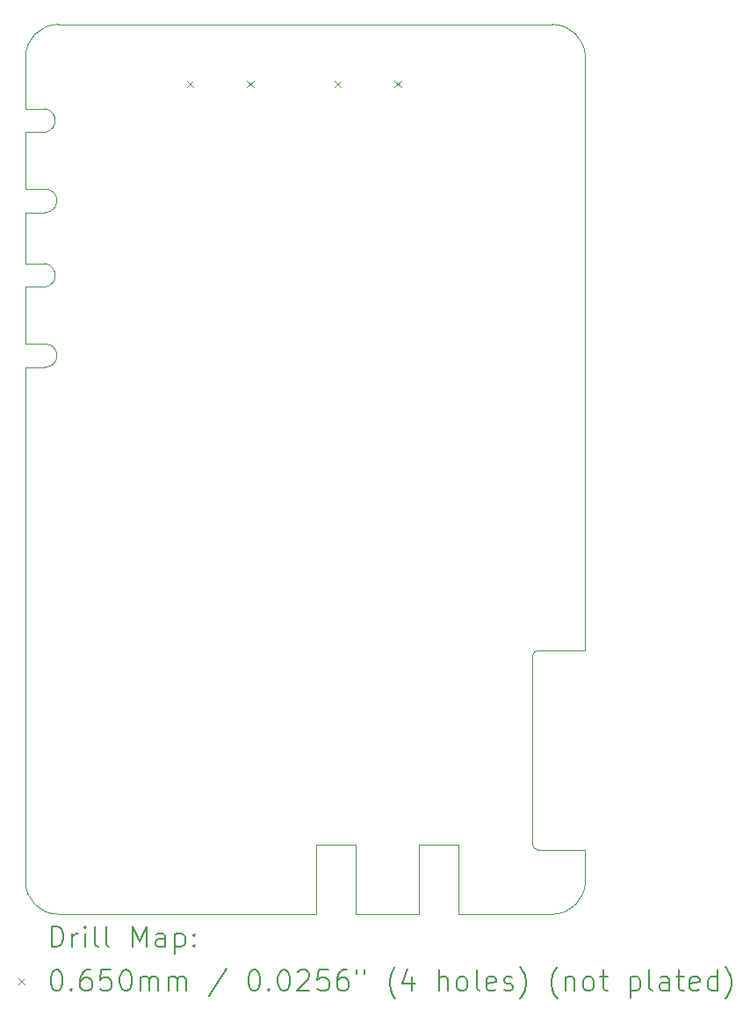
<source format=gbr>
%TF.GenerationSoftware,KiCad,Pcbnew,6.0.11-2627ca5db0~126~ubuntu20.04.1*%
%TF.CreationDate,2024-04-17T12:51:05+05:00*%
%TF.ProjectId,16EJU24,3136454a-5532-4342-9e6b-696361645f70,rev?*%
%TF.SameCoordinates,Original*%
%TF.FileFunction,Drillmap*%
%TF.FilePolarity,Positive*%
%FSLAX45Y45*%
G04 Gerber Fmt 4.5, Leading zero omitted, Abs format (unit mm)*
G04 Created by KiCad (PCBNEW 6.0.11-2627ca5db0~126~ubuntu20.04.1) date 2024-04-17 12:51:05*
%MOMM*%
%LPD*%
G01*
G04 APERTURE LIST*
%ADD10C,0.100000*%
%ADD11C,0.050000*%
%ADD12C,0.200000*%
%ADD13C,0.065000*%
G04 APERTURE END LIST*
D10*
X2984500Y-5097780D02*
X2984500Y-4605020D01*
X2984500Y-4605020D02*
X3175000Y-4605020D01*
X3175000Y-5323840D02*
G75*
G03*
X3175000Y-5097780I-18940J113030D01*
G01*
D11*
X8064500Y-11366500D02*
X7162800Y-11366500D01*
X6781800Y-11366550D02*
X6172200Y-11366550D01*
D10*
X2984500Y-5872480D02*
X2984500Y-5323840D01*
X3175000Y-6096000D02*
G75*
G03*
X3175000Y-5872480I0J111760D01*
G01*
D11*
X6781800Y-10693400D02*
X6781800Y-11366550D01*
D10*
X2984500Y-3832860D02*
X3175000Y-3832860D01*
D11*
X6172200Y-10693400D02*
X5791200Y-10693400D01*
D10*
X3175000Y-5872480D02*
X2984500Y-5872480D01*
X3302000Y-2794000D02*
X8064500Y-2794000D01*
D11*
X5791200Y-10693400D02*
X5791200Y-11366500D01*
D10*
X3175000Y-5097780D02*
X2984500Y-5097780D01*
X3175000Y-4605020D02*
G75*
G03*
X3175000Y-4381500I0J111760D01*
G01*
X3175000Y-3832860D02*
G75*
G03*
X3175000Y-3606800I-18940J113030D01*
G01*
X2984500Y-11049000D02*
G75*
G03*
X3302000Y-11366500I317500J0D01*
G01*
X2984500Y-6096000D02*
X3175000Y-6096000D01*
X2984500Y-11049000D02*
X2984500Y-6096000D01*
D11*
X7162800Y-10693400D02*
X6781800Y-10693400D01*
D10*
X7924800Y-8826500D02*
G75*
G03*
X7874000Y-8877300I0J-50800D01*
G01*
X2984500Y-4381500D02*
X2984500Y-3832860D01*
D11*
X6172200Y-11366550D02*
X6172200Y-10693400D01*
D10*
X7874000Y-10693400D02*
G75*
G03*
X7924800Y-10744200I50800J0D01*
G01*
X8382000Y-10744200D02*
X7924800Y-10744200D01*
X7874000Y-10693400D02*
X7874000Y-8877300D01*
X5791200Y-11366500D02*
X3302000Y-11366500D01*
X2984500Y-5323840D02*
X3175000Y-5323840D01*
X3302000Y-2794000D02*
G75*
G03*
X2984500Y-3111500I0J-317500D01*
G01*
X8382000Y-3111500D02*
X8382000Y-8826500D01*
X3175000Y-4381500D02*
X2984500Y-4381500D01*
X3175000Y-3606800D02*
X2984500Y-3606800D01*
X8382000Y-10744200D02*
X8382000Y-11049000D01*
D11*
X7162800Y-11366500D02*
X7162800Y-10693400D01*
D10*
X8382000Y-3111500D02*
G75*
G03*
X8064500Y-2794000I-317500J0D01*
G01*
X7924800Y-8826500D02*
X8382000Y-8826500D01*
X2984500Y-3606800D02*
X2984500Y-3111500D01*
X8064500Y-11366500D02*
G75*
G03*
X8382000Y-11049000I0J317500D01*
G01*
D12*
D13*
X4539564Y-3335951D02*
X4604564Y-3400951D01*
X4604564Y-3335951D02*
X4539564Y-3400951D01*
X5117564Y-3335951D02*
X5182564Y-3400951D01*
X5182564Y-3335951D02*
X5117564Y-3400951D01*
X5962460Y-3335700D02*
X6027460Y-3400700D01*
X6027460Y-3335700D02*
X5962460Y-3400700D01*
X6540460Y-3335700D02*
X6605460Y-3400700D01*
X6605460Y-3335700D02*
X6540460Y-3400700D01*
D12*
X3237119Y-11681976D02*
X3237119Y-11481976D01*
X3284738Y-11481976D01*
X3313309Y-11491500D01*
X3332357Y-11510548D01*
X3341881Y-11529595D01*
X3351405Y-11567690D01*
X3351405Y-11596262D01*
X3341881Y-11634357D01*
X3332357Y-11653405D01*
X3313309Y-11672452D01*
X3284738Y-11681976D01*
X3237119Y-11681976D01*
X3437119Y-11681976D02*
X3437119Y-11548643D01*
X3437119Y-11586738D02*
X3446643Y-11567690D01*
X3456167Y-11558167D01*
X3475214Y-11548643D01*
X3494262Y-11548643D01*
X3560928Y-11681976D02*
X3560928Y-11548643D01*
X3560928Y-11481976D02*
X3551405Y-11491500D01*
X3560928Y-11501024D01*
X3570452Y-11491500D01*
X3560928Y-11481976D01*
X3560928Y-11501024D01*
X3684738Y-11681976D02*
X3665690Y-11672452D01*
X3656167Y-11653405D01*
X3656167Y-11481976D01*
X3789500Y-11681976D02*
X3770452Y-11672452D01*
X3760928Y-11653405D01*
X3760928Y-11481976D01*
X4018071Y-11681976D02*
X4018071Y-11481976D01*
X4084738Y-11624833D01*
X4151405Y-11481976D01*
X4151405Y-11681976D01*
X4332357Y-11681976D02*
X4332357Y-11577214D01*
X4322833Y-11558167D01*
X4303786Y-11548643D01*
X4265690Y-11548643D01*
X4246643Y-11558167D01*
X4332357Y-11672452D02*
X4313310Y-11681976D01*
X4265690Y-11681976D01*
X4246643Y-11672452D01*
X4237119Y-11653405D01*
X4237119Y-11634357D01*
X4246643Y-11615309D01*
X4265690Y-11605786D01*
X4313310Y-11605786D01*
X4332357Y-11596262D01*
X4427595Y-11548643D02*
X4427595Y-11748643D01*
X4427595Y-11558167D02*
X4446643Y-11548643D01*
X4484738Y-11548643D01*
X4503786Y-11558167D01*
X4513310Y-11567690D01*
X4522833Y-11586738D01*
X4522833Y-11643881D01*
X4513310Y-11662928D01*
X4503786Y-11672452D01*
X4484738Y-11681976D01*
X4446643Y-11681976D01*
X4427595Y-11672452D01*
X4608548Y-11662928D02*
X4618071Y-11672452D01*
X4608548Y-11681976D01*
X4599024Y-11672452D01*
X4608548Y-11662928D01*
X4608548Y-11681976D01*
X4608548Y-11558167D02*
X4618071Y-11567690D01*
X4608548Y-11577214D01*
X4599024Y-11567690D01*
X4608548Y-11558167D01*
X4608548Y-11577214D01*
D13*
X2914500Y-11979000D02*
X2979500Y-12044000D01*
X2979500Y-11979000D02*
X2914500Y-12044000D01*
D12*
X3275214Y-11901976D02*
X3294262Y-11901976D01*
X3313309Y-11911500D01*
X3322833Y-11921024D01*
X3332357Y-11940071D01*
X3341881Y-11978167D01*
X3341881Y-12025786D01*
X3332357Y-12063881D01*
X3322833Y-12082928D01*
X3313309Y-12092452D01*
X3294262Y-12101976D01*
X3275214Y-12101976D01*
X3256167Y-12092452D01*
X3246643Y-12082928D01*
X3237119Y-12063881D01*
X3227595Y-12025786D01*
X3227595Y-11978167D01*
X3237119Y-11940071D01*
X3246643Y-11921024D01*
X3256167Y-11911500D01*
X3275214Y-11901976D01*
X3427595Y-12082928D02*
X3437119Y-12092452D01*
X3427595Y-12101976D01*
X3418071Y-12092452D01*
X3427595Y-12082928D01*
X3427595Y-12101976D01*
X3608548Y-11901976D02*
X3570452Y-11901976D01*
X3551405Y-11911500D01*
X3541881Y-11921024D01*
X3522833Y-11949595D01*
X3513309Y-11987690D01*
X3513309Y-12063881D01*
X3522833Y-12082928D01*
X3532357Y-12092452D01*
X3551405Y-12101976D01*
X3589500Y-12101976D01*
X3608548Y-12092452D01*
X3618071Y-12082928D01*
X3627595Y-12063881D01*
X3627595Y-12016262D01*
X3618071Y-11997214D01*
X3608548Y-11987690D01*
X3589500Y-11978167D01*
X3551405Y-11978167D01*
X3532357Y-11987690D01*
X3522833Y-11997214D01*
X3513309Y-12016262D01*
X3808548Y-11901976D02*
X3713309Y-11901976D01*
X3703786Y-11997214D01*
X3713309Y-11987690D01*
X3732357Y-11978167D01*
X3779976Y-11978167D01*
X3799024Y-11987690D01*
X3808548Y-11997214D01*
X3818071Y-12016262D01*
X3818071Y-12063881D01*
X3808548Y-12082928D01*
X3799024Y-12092452D01*
X3779976Y-12101976D01*
X3732357Y-12101976D01*
X3713309Y-12092452D01*
X3703786Y-12082928D01*
X3941881Y-11901976D02*
X3960928Y-11901976D01*
X3979976Y-11911500D01*
X3989500Y-11921024D01*
X3999024Y-11940071D01*
X4008548Y-11978167D01*
X4008548Y-12025786D01*
X3999024Y-12063881D01*
X3989500Y-12082928D01*
X3979976Y-12092452D01*
X3960928Y-12101976D01*
X3941881Y-12101976D01*
X3922833Y-12092452D01*
X3913309Y-12082928D01*
X3903786Y-12063881D01*
X3894262Y-12025786D01*
X3894262Y-11978167D01*
X3903786Y-11940071D01*
X3913309Y-11921024D01*
X3922833Y-11911500D01*
X3941881Y-11901976D01*
X4094262Y-12101976D02*
X4094262Y-11968643D01*
X4094262Y-11987690D02*
X4103786Y-11978167D01*
X4122833Y-11968643D01*
X4151405Y-11968643D01*
X4170452Y-11978167D01*
X4179976Y-11997214D01*
X4179976Y-12101976D01*
X4179976Y-11997214D02*
X4189500Y-11978167D01*
X4208548Y-11968643D01*
X4237119Y-11968643D01*
X4256167Y-11978167D01*
X4265690Y-11997214D01*
X4265690Y-12101976D01*
X4360929Y-12101976D02*
X4360929Y-11968643D01*
X4360929Y-11987690D02*
X4370452Y-11978167D01*
X4389500Y-11968643D01*
X4418071Y-11968643D01*
X4437119Y-11978167D01*
X4446643Y-11997214D01*
X4446643Y-12101976D01*
X4446643Y-11997214D02*
X4456167Y-11978167D01*
X4475214Y-11968643D01*
X4503786Y-11968643D01*
X4522833Y-11978167D01*
X4532357Y-11997214D01*
X4532357Y-12101976D01*
X4922833Y-11892452D02*
X4751405Y-12149595D01*
X5179976Y-11901976D02*
X5199024Y-11901976D01*
X5218071Y-11911500D01*
X5227595Y-11921024D01*
X5237119Y-11940071D01*
X5246643Y-11978167D01*
X5246643Y-12025786D01*
X5237119Y-12063881D01*
X5227595Y-12082928D01*
X5218071Y-12092452D01*
X5199024Y-12101976D01*
X5179976Y-12101976D01*
X5160929Y-12092452D01*
X5151405Y-12082928D01*
X5141881Y-12063881D01*
X5132357Y-12025786D01*
X5132357Y-11978167D01*
X5141881Y-11940071D01*
X5151405Y-11921024D01*
X5160929Y-11911500D01*
X5179976Y-11901976D01*
X5332357Y-12082928D02*
X5341881Y-12092452D01*
X5332357Y-12101976D01*
X5322833Y-12092452D01*
X5332357Y-12082928D01*
X5332357Y-12101976D01*
X5465690Y-11901976D02*
X5484738Y-11901976D01*
X5503786Y-11911500D01*
X5513310Y-11921024D01*
X5522833Y-11940071D01*
X5532357Y-11978167D01*
X5532357Y-12025786D01*
X5522833Y-12063881D01*
X5513310Y-12082928D01*
X5503786Y-12092452D01*
X5484738Y-12101976D01*
X5465690Y-12101976D01*
X5446643Y-12092452D01*
X5437119Y-12082928D01*
X5427595Y-12063881D01*
X5418071Y-12025786D01*
X5418071Y-11978167D01*
X5427595Y-11940071D01*
X5437119Y-11921024D01*
X5446643Y-11911500D01*
X5465690Y-11901976D01*
X5608548Y-11921024D02*
X5618071Y-11911500D01*
X5637119Y-11901976D01*
X5684738Y-11901976D01*
X5703786Y-11911500D01*
X5713309Y-11921024D01*
X5722833Y-11940071D01*
X5722833Y-11959119D01*
X5713309Y-11987690D01*
X5599024Y-12101976D01*
X5722833Y-12101976D01*
X5903786Y-11901976D02*
X5808548Y-11901976D01*
X5799024Y-11997214D01*
X5808548Y-11987690D01*
X5827595Y-11978167D01*
X5875214Y-11978167D01*
X5894262Y-11987690D01*
X5903786Y-11997214D01*
X5913309Y-12016262D01*
X5913309Y-12063881D01*
X5903786Y-12082928D01*
X5894262Y-12092452D01*
X5875214Y-12101976D01*
X5827595Y-12101976D01*
X5808548Y-12092452D01*
X5799024Y-12082928D01*
X6084738Y-11901976D02*
X6046643Y-11901976D01*
X6027595Y-11911500D01*
X6018071Y-11921024D01*
X5999024Y-11949595D01*
X5989500Y-11987690D01*
X5989500Y-12063881D01*
X5999024Y-12082928D01*
X6008548Y-12092452D01*
X6027595Y-12101976D01*
X6065690Y-12101976D01*
X6084738Y-12092452D01*
X6094262Y-12082928D01*
X6103786Y-12063881D01*
X6103786Y-12016262D01*
X6094262Y-11997214D01*
X6084738Y-11987690D01*
X6065690Y-11978167D01*
X6027595Y-11978167D01*
X6008548Y-11987690D01*
X5999024Y-11997214D01*
X5989500Y-12016262D01*
X6179976Y-11901976D02*
X6179976Y-11940071D01*
X6256167Y-11901976D02*
X6256167Y-11940071D01*
X6551405Y-12178167D02*
X6541881Y-12168643D01*
X6522833Y-12140071D01*
X6513309Y-12121024D01*
X6503786Y-12092452D01*
X6494262Y-12044833D01*
X6494262Y-12006738D01*
X6503786Y-11959119D01*
X6513309Y-11930548D01*
X6522833Y-11911500D01*
X6541881Y-11882928D01*
X6551405Y-11873405D01*
X6713309Y-11968643D02*
X6713309Y-12101976D01*
X6665690Y-11892452D02*
X6618071Y-12035309D01*
X6741881Y-12035309D01*
X6970452Y-12101976D02*
X6970452Y-11901976D01*
X7056167Y-12101976D02*
X7056167Y-11997214D01*
X7046643Y-11978167D01*
X7027595Y-11968643D01*
X6999024Y-11968643D01*
X6979976Y-11978167D01*
X6970452Y-11987690D01*
X7179976Y-12101976D02*
X7160928Y-12092452D01*
X7151405Y-12082928D01*
X7141881Y-12063881D01*
X7141881Y-12006738D01*
X7151405Y-11987690D01*
X7160928Y-11978167D01*
X7179976Y-11968643D01*
X7208548Y-11968643D01*
X7227595Y-11978167D01*
X7237119Y-11987690D01*
X7246643Y-12006738D01*
X7246643Y-12063881D01*
X7237119Y-12082928D01*
X7227595Y-12092452D01*
X7208548Y-12101976D01*
X7179976Y-12101976D01*
X7360928Y-12101976D02*
X7341881Y-12092452D01*
X7332357Y-12073405D01*
X7332357Y-11901976D01*
X7513309Y-12092452D02*
X7494262Y-12101976D01*
X7456167Y-12101976D01*
X7437119Y-12092452D01*
X7427595Y-12073405D01*
X7427595Y-11997214D01*
X7437119Y-11978167D01*
X7456167Y-11968643D01*
X7494262Y-11968643D01*
X7513309Y-11978167D01*
X7522833Y-11997214D01*
X7522833Y-12016262D01*
X7427595Y-12035309D01*
X7599024Y-12092452D02*
X7618071Y-12101976D01*
X7656167Y-12101976D01*
X7675214Y-12092452D01*
X7684738Y-12073405D01*
X7684738Y-12063881D01*
X7675214Y-12044833D01*
X7656167Y-12035309D01*
X7627595Y-12035309D01*
X7608548Y-12025786D01*
X7599024Y-12006738D01*
X7599024Y-11997214D01*
X7608548Y-11978167D01*
X7627595Y-11968643D01*
X7656167Y-11968643D01*
X7675214Y-11978167D01*
X7751405Y-12178167D02*
X7760928Y-12168643D01*
X7779976Y-12140071D01*
X7789500Y-12121024D01*
X7799024Y-12092452D01*
X7808548Y-12044833D01*
X7808548Y-12006738D01*
X7799024Y-11959119D01*
X7789500Y-11930548D01*
X7779976Y-11911500D01*
X7760928Y-11882928D01*
X7751405Y-11873405D01*
X8113309Y-12178167D02*
X8103786Y-12168643D01*
X8084738Y-12140071D01*
X8075214Y-12121024D01*
X8065690Y-12092452D01*
X8056167Y-12044833D01*
X8056167Y-12006738D01*
X8065690Y-11959119D01*
X8075214Y-11930548D01*
X8084738Y-11911500D01*
X8103786Y-11882928D01*
X8113309Y-11873405D01*
X8189500Y-11968643D02*
X8189500Y-12101976D01*
X8189500Y-11987690D02*
X8199024Y-11978167D01*
X8218071Y-11968643D01*
X8246643Y-11968643D01*
X8265690Y-11978167D01*
X8275214Y-11997214D01*
X8275214Y-12101976D01*
X8399024Y-12101976D02*
X8379976Y-12092452D01*
X8370452Y-12082928D01*
X8360928Y-12063881D01*
X8360928Y-12006738D01*
X8370452Y-11987690D01*
X8379976Y-11978167D01*
X8399024Y-11968643D01*
X8427595Y-11968643D01*
X8446643Y-11978167D01*
X8456167Y-11987690D01*
X8465690Y-12006738D01*
X8465690Y-12063881D01*
X8456167Y-12082928D01*
X8446643Y-12092452D01*
X8427595Y-12101976D01*
X8399024Y-12101976D01*
X8522833Y-11968643D02*
X8599024Y-11968643D01*
X8551405Y-11901976D02*
X8551405Y-12073405D01*
X8560929Y-12092452D01*
X8579976Y-12101976D01*
X8599024Y-12101976D01*
X8818071Y-11968643D02*
X8818071Y-12168643D01*
X8818071Y-11978167D02*
X8837119Y-11968643D01*
X8875214Y-11968643D01*
X8894262Y-11978167D01*
X8903786Y-11987690D01*
X8913310Y-12006738D01*
X8913310Y-12063881D01*
X8903786Y-12082928D01*
X8894262Y-12092452D01*
X8875214Y-12101976D01*
X8837119Y-12101976D01*
X8818071Y-12092452D01*
X9027595Y-12101976D02*
X9008548Y-12092452D01*
X8999024Y-12073405D01*
X8999024Y-11901976D01*
X9189500Y-12101976D02*
X9189500Y-11997214D01*
X9179976Y-11978167D01*
X9160929Y-11968643D01*
X9122833Y-11968643D01*
X9103786Y-11978167D01*
X9189500Y-12092452D02*
X9170452Y-12101976D01*
X9122833Y-12101976D01*
X9103786Y-12092452D01*
X9094262Y-12073405D01*
X9094262Y-12054357D01*
X9103786Y-12035309D01*
X9122833Y-12025786D01*
X9170452Y-12025786D01*
X9189500Y-12016262D01*
X9256167Y-11968643D02*
X9332357Y-11968643D01*
X9284738Y-11901976D02*
X9284738Y-12073405D01*
X9294262Y-12092452D01*
X9313310Y-12101976D01*
X9332357Y-12101976D01*
X9475214Y-12092452D02*
X9456167Y-12101976D01*
X9418071Y-12101976D01*
X9399024Y-12092452D01*
X9389500Y-12073405D01*
X9389500Y-11997214D01*
X9399024Y-11978167D01*
X9418071Y-11968643D01*
X9456167Y-11968643D01*
X9475214Y-11978167D01*
X9484738Y-11997214D01*
X9484738Y-12016262D01*
X9389500Y-12035309D01*
X9656167Y-12101976D02*
X9656167Y-11901976D01*
X9656167Y-12092452D02*
X9637119Y-12101976D01*
X9599024Y-12101976D01*
X9579976Y-12092452D01*
X9570452Y-12082928D01*
X9560929Y-12063881D01*
X9560929Y-12006738D01*
X9570452Y-11987690D01*
X9579976Y-11978167D01*
X9599024Y-11968643D01*
X9637119Y-11968643D01*
X9656167Y-11978167D01*
X9732357Y-12178167D02*
X9741881Y-12168643D01*
X9760929Y-12140071D01*
X9770452Y-12121024D01*
X9779976Y-12092452D01*
X9789500Y-12044833D01*
X9789500Y-12006738D01*
X9779976Y-11959119D01*
X9770452Y-11930548D01*
X9760929Y-11911500D01*
X9741881Y-11882928D01*
X9732357Y-11873405D01*
M02*

</source>
